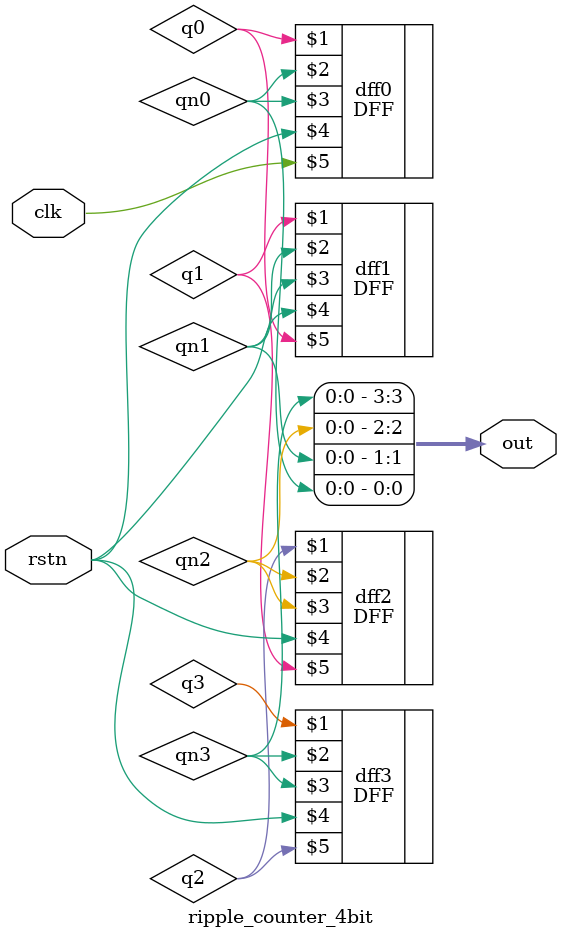
<source format=v>
module ripple_counter_4bit(out, clk, rstn);
    input clk, rstn;
    output [3:0] out;

    wire qn0, qn1, qn2, qn3;
    wire q0, q1, q2, q3;

    DFF dff0 (q0 ,qn0, qn0, rstn, clk);
    DFF dff1 (q1 ,qn1, qn1, rstn, q0);
    DFF dff2 (q2 ,qn2, qn2, rstn, q1);
    DFF dff3 (q3 ,qn3, qn3, rstn, q2);

    assign out[3:0] = {qn3, qn2, qn1, qn0}; 

endmodule
</source>
